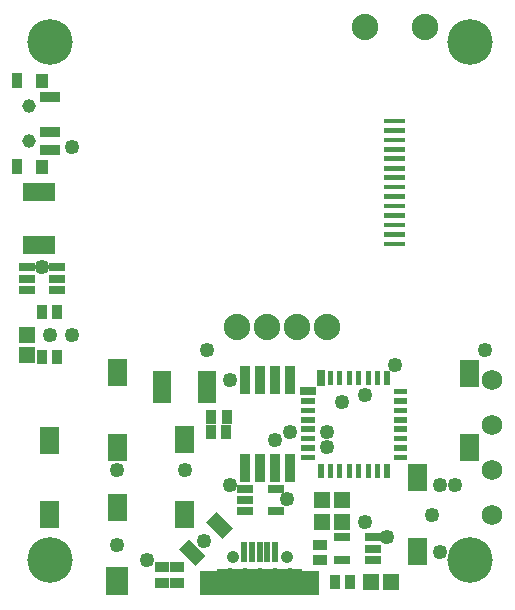
<source format=gts>
G04 MADE WITH FRITZING*
G04 WWW.FRITZING.ORG*
G04 DOUBLE SIDED*
G04 HOLES PLATED*
G04 CONTOUR ON CENTER OF CONTOUR VECTOR*
%ASAXBY*%
%FSLAX23Y23*%
%MOIN*%
%OFA0B0*%
%SFA1.0B1.0*%
%ADD10C,0.069055*%
%ADD11C,0.088000*%
%ADD12C,0.049370*%
%ADD13C,0.045433*%
%ADD14C,0.041496*%
%ADD15C,0.151732*%
%ADD16R,0.057244X0.031654*%
%ADD17R,0.069055X0.037559*%
%ADD18R,0.041496X0.049370*%
%ADD19R,0.057244X0.053307*%
%ADD20R,0.023779X0.065118*%
%ADD21R,0.027717X0.055000*%
%ADD22R,0.055000X0.027717*%
%ADD23R,0.037559X0.045433*%
%ADD24R,0.034000X0.097000*%
%ADD25R,0.053307X0.057244*%
%ADD26R,0.045433X0.037559*%
%ADD27R,0.060000X0.110000*%
%ADD28R,0.110000X0.060000*%
%ADD29C,0.010000*%
%ADD30R,0.001000X0.001000*%
%LNMASK1*%
G90*
G70*
G54D10*
X1599Y268D03*
X1599Y418D03*
X1599Y568D03*
X1599Y718D03*
G54D11*
X749Y893D03*
X849Y893D03*
X949Y893D03*
X1049Y893D03*
X749Y893D03*
X849Y893D03*
X949Y893D03*
X1049Y893D03*
X1174Y1893D03*
X1374Y1893D03*
X1174Y1893D03*
X1374Y1893D03*
G54D12*
X637Y180D03*
X1249Y193D03*
X1474Y368D03*
X1399Y268D03*
X1424Y368D03*
X124Y868D03*
X1274Y768D03*
G54D13*
X55Y1513D03*
X55Y1631D03*
X55Y1513D03*
X55Y1631D03*
G54D12*
X849Y43D03*
X874Y518D03*
X799Y43D03*
X824Y68D03*
X674Y43D03*
X974Y43D03*
X1099Y643D03*
X916Y320D03*
X1424Y143D03*
X349Y168D03*
X449Y118D03*
X724Y368D03*
X1174Y243D03*
X724Y718D03*
X924Y543D03*
X574Y418D03*
X349Y418D03*
X99Y1093D03*
X874Y68D03*
X774Y68D03*
X899Y43D03*
X749Y43D03*
X924Y68D03*
X724Y68D03*
G54D14*
X914Y128D03*
X735Y128D03*
G54D12*
X1574Y818D03*
X199Y1493D03*
X1049Y493D03*
X1174Y668D03*
X199Y868D03*
X1049Y543D03*
X649Y818D03*
G54D15*
X1524Y1843D03*
X1524Y118D03*
X124Y1843D03*
X124Y118D03*
G54D16*
X149Y1018D03*
X149Y1055D03*
X149Y1093D03*
X47Y1093D03*
X47Y1018D03*
X47Y1055D03*
G54D17*
X124Y1484D03*
X124Y1543D03*
X124Y1661D03*
G54D18*
X99Y1429D03*
X99Y1716D03*
G54D19*
X1196Y43D03*
X1263Y43D03*
G54D16*
X1202Y118D03*
X1202Y155D03*
X1202Y193D03*
X1099Y193D03*
X1099Y118D03*
G54D20*
X773Y143D03*
X875Y143D03*
X799Y143D03*
X824Y143D03*
X850Y143D03*
G54D21*
X1029Y724D03*
G54D22*
X984Y680D03*
G54D23*
X150Y943D03*
X99Y943D03*
G54D24*
X774Y424D03*
X774Y718D03*
X824Y424D03*
X874Y424D03*
X824Y718D03*
X874Y718D03*
X924Y424D03*
X924Y718D03*
G54D23*
X98Y793D03*
X149Y793D03*
G54D25*
X49Y801D03*
X49Y868D03*
G54D23*
X714Y593D03*
X663Y593D03*
X662Y543D03*
X713Y543D03*
X1125Y43D03*
X1074Y43D03*
G54D26*
X549Y93D03*
X549Y42D03*
X499Y42D03*
X499Y93D03*
X1024Y117D03*
X1024Y168D03*
G54D27*
X649Y693D03*
G54D28*
X88Y1343D03*
G54D27*
X499Y693D03*
G54D28*
X88Y1168D03*
G54D19*
X1032Y243D03*
X1099Y243D03*
X1032Y318D03*
X1099Y318D03*
G54D16*
X774Y355D03*
X774Y318D03*
X774Y280D03*
X877Y280D03*
X877Y355D03*
G54D29*
G36*
X1318Y190D02*
X1381Y190D01*
X1381Y100D01*
X1318Y100D01*
X1318Y190D01*
G37*
D02*
G36*
X1318Y438D02*
X1381Y438D01*
X1381Y348D01*
X1318Y348D01*
X1318Y438D01*
G37*
D02*
G36*
X1493Y538D02*
X1556Y538D01*
X1556Y448D01*
X1493Y448D01*
X1493Y538D01*
G37*
D02*
G36*
X1493Y786D02*
X1556Y786D01*
X1556Y696D01*
X1493Y696D01*
X1493Y786D01*
G37*
D02*
G36*
X93Y313D02*
X156Y313D01*
X156Y223D01*
X93Y223D01*
X93Y313D01*
G37*
D02*
G36*
X93Y561D02*
X156Y561D01*
X156Y471D01*
X93Y471D01*
X93Y561D01*
G37*
D02*
G36*
X543Y315D02*
X606Y315D01*
X606Y225D01*
X543Y225D01*
X543Y315D01*
G37*
D02*
G36*
X543Y563D02*
X606Y563D01*
X606Y473D01*
X543Y473D01*
X543Y563D01*
G37*
D02*
G36*
X319Y337D02*
X382Y337D01*
X382Y247D01*
X319Y247D01*
X319Y337D01*
G37*
D02*
G36*
X319Y539D02*
X382Y539D01*
X382Y449D01*
X319Y449D01*
X319Y539D01*
G37*
D02*
G36*
X319Y787D02*
X382Y787D01*
X382Y697D01*
X319Y697D01*
X319Y787D01*
G37*
D02*
G36*
X1271Y482D02*
X1271Y500D01*
X1316Y500D01*
X1316Y482D01*
X1271Y482D01*
G37*
D02*
G36*
X1051Y392D02*
X1051Y437D01*
X1069Y437D01*
X1069Y392D01*
X1051Y392D01*
G37*
D02*
G36*
X962Y639D02*
X962Y657D01*
X1007Y657D01*
X1007Y639D01*
X962Y639D01*
G37*
D02*
G36*
X1271Y513D02*
X1271Y531D01*
X1316Y531D01*
X1316Y513D01*
X1271Y513D01*
G37*
D02*
G36*
X962Y513D02*
X962Y531D01*
X1007Y531D01*
X1007Y513D01*
X962Y513D01*
G37*
D02*
G36*
X1271Y545D02*
X1271Y563D01*
X1316Y563D01*
X1316Y545D01*
X1271Y545D01*
G37*
D02*
G36*
X1177Y392D02*
X1177Y437D01*
X1195Y437D01*
X1195Y392D01*
X1177Y392D01*
G37*
D02*
G36*
X1271Y576D02*
X1271Y594D01*
X1316Y594D01*
X1316Y576D01*
X1271Y576D01*
G37*
D02*
G36*
X962Y576D02*
X962Y594D01*
X1007Y594D01*
X1007Y576D01*
X962Y576D01*
G37*
D02*
G36*
X1271Y608D02*
X1271Y626D01*
X1316Y626D01*
X1316Y608D01*
X1271Y608D01*
G37*
D02*
G36*
X962Y450D02*
X962Y468D01*
X1007Y468D01*
X1007Y450D01*
X962Y450D01*
G37*
D02*
G36*
X1271Y639D02*
X1271Y657D01*
X1316Y657D01*
X1316Y639D01*
X1271Y639D01*
G37*
D02*
G36*
X1114Y392D02*
X1114Y437D01*
X1132Y437D01*
X1132Y392D01*
X1114Y392D01*
G37*
D02*
G36*
X1271Y671D02*
X1271Y689D01*
X1316Y689D01*
X1316Y671D01*
X1271Y671D01*
G37*
D02*
G36*
X1240Y392D02*
X1240Y437D01*
X1258Y437D01*
X1258Y392D01*
X1240Y392D01*
G37*
D02*
G36*
X1240Y702D02*
X1240Y747D01*
X1258Y747D01*
X1258Y702D01*
X1240Y702D01*
G37*
D02*
G36*
X962Y608D02*
X962Y626D01*
X1007Y626D01*
X1007Y608D01*
X962Y608D01*
G37*
D02*
G36*
X1209Y702D02*
X1209Y747D01*
X1226Y747D01*
X1226Y702D01*
X1209Y702D01*
G37*
D02*
G36*
X962Y545D02*
X962Y563D01*
X1007Y563D01*
X1007Y545D01*
X962Y545D01*
G37*
D02*
G36*
X1177Y702D02*
X1177Y747D01*
X1195Y747D01*
X1195Y702D01*
X1177Y702D01*
G37*
D02*
G36*
X962Y482D02*
X962Y500D01*
X1007Y500D01*
X1007Y482D01*
X962Y482D01*
G37*
D02*
G36*
X1146Y702D02*
X1146Y747D01*
X1163Y747D01*
X1163Y702D01*
X1146Y702D01*
G37*
D02*
G36*
X1020Y392D02*
X1020Y437D01*
X1037Y437D01*
X1037Y392D01*
X1020Y392D01*
G37*
D02*
G36*
X1114Y702D02*
X1114Y747D01*
X1132Y747D01*
X1132Y702D01*
X1114Y702D01*
G37*
D02*
G36*
X1083Y392D02*
X1083Y437D01*
X1100Y437D01*
X1100Y392D01*
X1083Y392D01*
G37*
D02*
G36*
X1083Y702D02*
X1083Y747D01*
X1100Y747D01*
X1100Y702D01*
X1083Y702D01*
G37*
D02*
G36*
X1146Y392D02*
X1146Y437D01*
X1163Y437D01*
X1163Y392D01*
X1146Y392D01*
G37*
D02*
G36*
X1051Y702D02*
X1051Y747D01*
X1069Y747D01*
X1069Y702D01*
X1051Y702D01*
G37*
D02*
G36*
X1209Y392D02*
X1209Y437D01*
X1226Y437D01*
X1226Y392D01*
X1209Y392D01*
G37*
D02*
G36*
X1271Y450D02*
X1271Y468D01*
X1316Y468D01*
X1316Y450D01*
X1271Y450D01*
G37*
D02*
G36*
X1239Y1179D02*
X1310Y1179D01*
X1310Y1164D01*
X1239Y1164D01*
X1239Y1179D01*
G37*
D02*
G36*
X1239Y1211D02*
X1310Y1211D01*
X1310Y1195D01*
X1239Y1195D01*
X1239Y1211D01*
G37*
D02*
G36*
X1239Y1242D02*
X1310Y1242D01*
X1310Y1227D01*
X1239Y1227D01*
X1239Y1242D01*
G37*
D02*
G36*
X1239Y1274D02*
X1310Y1274D01*
X1310Y1258D01*
X1239Y1258D01*
X1239Y1274D01*
G37*
D02*
G36*
X1239Y1305D02*
X1310Y1305D01*
X1310Y1290D01*
X1239Y1290D01*
X1239Y1305D01*
G37*
D02*
G36*
X1239Y1337D02*
X1310Y1337D01*
X1310Y1321D01*
X1239Y1321D01*
X1239Y1337D01*
G37*
D02*
G36*
X1239Y1368D02*
X1310Y1368D01*
X1310Y1353D01*
X1239Y1353D01*
X1239Y1368D01*
G37*
D02*
G36*
X1239Y1400D02*
X1310Y1400D01*
X1310Y1384D01*
X1239Y1384D01*
X1239Y1400D01*
G37*
D02*
G36*
X1239Y1431D02*
X1310Y1431D01*
X1310Y1416D01*
X1239Y1416D01*
X1239Y1431D01*
G37*
D02*
G36*
X1239Y1463D02*
X1310Y1463D01*
X1310Y1447D01*
X1239Y1447D01*
X1239Y1463D01*
G37*
D02*
G36*
X1239Y1494D02*
X1310Y1494D01*
X1310Y1479D01*
X1239Y1479D01*
X1239Y1494D01*
G37*
D02*
G36*
X1239Y1526D02*
X1310Y1526D01*
X1310Y1510D01*
X1239Y1510D01*
X1239Y1526D01*
G37*
D02*
G36*
X1239Y1557D02*
X1310Y1557D01*
X1310Y1541D01*
X1239Y1541D01*
X1239Y1557D01*
G37*
D02*
G36*
X1239Y1589D02*
X1310Y1589D01*
X1310Y1573D01*
X1239Y1573D01*
X1239Y1589D01*
G37*
D02*
G36*
X700Y188D02*
X645Y244D01*
X679Y279D01*
X735Y223D01*
X700Y188D01*
G37*
D02*
G36*
X610Y98D02*
X554Y153D01*
X589Y188D01*
X645Y132D01*
X610Y98D01*
G37*
D02*
G54D30*
X0Y1741D02*
X32Y1741D01*
X0Y1740D02*
X32Y1740D01*
X0Y1739D02*
X32Y1739D01*
X0Y1738D02*
X32Y1738D01*
X0Y1737D02*
X32Y1737D01*
X0Y1736D02*
X32Y1736D01*
X0Y1735D02*
X32Y1735D01*
X0Y1734D02*
X32Y1734D01*
X0Y1733D02*
X32Y1733D01*
X0Y1732D02*
X32Y1732D01*
X0Y1731D02*
X32Y1731D01*
X0Y1730D02*
X32Y1730D01*
X0Y1729D02*
X32Y1729D01*
X0Y1728D02*
X32Y1728D01*
X0Y1727D02*
X32Y1727D01*
X0Y1726D02*
X32Y1726D01*
X0Y1725D02*
X32Y1725D01*
X0Y1724D02*
X32Y1724D01*
X0Y1723D02*
X32Y1723D01*
X0Y1722D02*
X32Y1722D01*
X0Y1721D02*
X32Y1721D01*
X0Y1720D02*
X32Y1720D01*
X0Y1719D02*
X32Y1719D01*
X0Y1718D02*
X32Y1718D01*
X0Y1717D02*
X32Y1717D01*
X0Y1716D02*
X32Y1716D01*
X0Y1715D02*
X32Y1715D01*
X0Y1714D02*
X32Y1714D01*
X0Y1713D02*
X32Y1713D01*
X0Y1712D02*
X32Y1712D01*
X0Y1711D02*
X32Y1711D01*
X0Y1710D02*
X32Y1710D01*
X0Y1709D02*
X32Y1709D01*
X0Y1708D02*
X32Y1708D01*
X0Y1707D02*
X32Y1707D01*
X0Y1706D02*
X32Y1706D01*
X0Y1705D02*
X32Y1705D01*
X0Y1704D02*
X32Y1704D01*
X0Y1703D02*
X32Y1703D01*
X0Y1702D02*
X32Y1702D01*
X0Y1701D02*
X32Y1701D01*
X0Y1700D02*
X32Y1700D01*
X0Y1699D02*
X32Y1699D01*
X0Y1698D02*
X32Y1698D01*
X0Y1697D02*
X32Y1697D01*
X0Y1696D02*
X32Y1696D01*
X0Y1695D02*
X32Y1695D01*
X0Y1694D02*
X32Y1694D01*
X0Y1693D02*
X32Y1693D01*
X0Y1454D02*
X32Y1454D01*
X0Y1453D02*
X32Y1453D01*
X0Y1452D02*
X32Y1452D01*
X0Y1451D02*
X32Y1451D01*
X0Y1450D02*
X32Y1450D01*
X0Y1449D02*
X32Y1449D01*
X0Y1448D02*
X32Y1448D01*
X0Y1447D02*
X32Y1447D01*
X0Y1446D02*
X32Y1446D01*
X0Y1445D02*
X32Y1445D01*
X0Y1444D02*
X32Y1444D01*
X0Y1443D02*
X32Y1443D01*
X0Y1442D02*
X32Y1442D01*
X0Y1441D02*
X32Y1441D01*
X0Y1440D02*
X32Y1440D01*
X0Y1439D02*
X32Y1439D01*
X0Y1438D02*
X32Y1438D01*
X0Y1437D02*
X32Y1437D01*
X0Y1436D02*
X32Y1436D01*
X0Y1435D02*
X32Y1435D01*
X0Y1434D02*
X32Y1434D01*
X0Y1433D02*
X32Y1433D01*
X0Y1432D02*
X32Y1432D01*
X0Y1431D02*
X32Y1431D01*
X0Y1430D02*
X32Y1430D01*
X0Y1429D02*
X32Y1429D01*
X0Y1428D02*
X32Y1428D01*
X0Y1427D02*
X32Y1427D01*
X0Y1426D02*
X32Y1426D01*
X0Y1425D02*
X32Y1425D01*
X0Y1424D02*
X32Y1424D01*
X0Y1423D02*
X32Y1423D01*
X0Y1422D02*
X32Y1422D01*
X0Y1421D02*
X32Y1421D01*
X0Y1420D02*
X32Y1420D01*
X0Y1419D02*
X32Y1419D01*
X0Y1418D02*
X32Y1418D01*
X0Y1417D02*
X32Y1417D01*
X0Y1416D02*
X32Y1416D01*
X0Y1415D02*
X32Y1415D01*
X0Y1414D02*
X32Y1414D01*
X0Y1413D02*
X32Y1413D01*
X0Y1412D02*
X32Y1412D01*
X0Y1411D02*
X32Y1411D01*
X0Y1410D02*
X32Y1410D01*
X0Y1409D02*
X32Y1409D01*
X0Y1408D02*
X32Y1408D01*
X0Y1407D02*
X32Y1407D01*
X0Y1406D02*
X32Y1406D01*
X314Y95D02*
X386Y95D01*
X314Y94D02*
X386Y94D01*
X314Y93D02*
X386Y93D01*
X314Y92D02*
X386Y92D01*
X314Y91D02*
X386Y91D01*
X314Y90D02*
X386Y90D01*
X314Y89D02*
X386Y89D01*
X314Y88D02*
X386Y88D01*
X681Y88D02*
X966Y88D01*
X314Y87D02*
X386Y87D01*
X681Y87D02*
X966Y87D01*
X314Y86D02*
X386Y86D01*
X681Y86D02*
X966Y86D01*
X314Y85D02*
X386Y85D01*
X681Y85D02*
X966Y85D01*
X314Y84D02*
X386Y84D01*
X681Y84D02*
X966Y84D01*
X314Y83D02*
X386Y83D01*
X681Y83D02*
X966Y83D01*
X314Y82D02*
X386Y82D01*
X626Y82D02*
X1021Y82D01*
X314Y81D02*
X386Y81D01*
X626Y81D02*
X1021Y81D01*
X314Y80D02*
X386Y80D01*
X626Y80D02*
X1021Y80D01*
X314Y79D02*
X386Y79D01*
X626Y79D02*
X1021Y79D01*
X314Y78D02*
X386Y78D01*
X626Y78D02*
X1021Y78D01*
X314Y77D02*
X386Y77D01*
X626Y77D02*
X1021Y77D01*
X314Y76D02*
X386Y76D01*
X626Y76D02*
X1021Y76D01*
X314Y75D02*
X386Y75D01*
X626Y75D02*
X1021Y75D01*
X314Y74D02*
X386Y74D01*
X626Y74D02*
X1021Y74D01*
X314Y73D02*
X386Y73D01*
X626Y73D02*
X1021Y73D01*
X314Y72D02*
X386Y72D01*
X626Y72D02*
X1021Y72D01*
X314Y71D02*
X386Y71D01*
X626Y71D02*
X1021Y71D01*
X314Y70D02*
X386Y70D01*
X626Y70D02*
X1021Y70D01*
X314Y69D02*
X386Y69D01*
X626Y69D02*
X1021Y69D01*
X314Y68D02*
X386Y68D01*
X626Y68D02*
X1021Y68D01*
X314Y67D02*
X386Y67D01*
X626Y67D02*
X1021Y67D01*
X314Y66D02*
X386Y66D01*
X626Y66D02*
X1021Y66D01*
X314Y65D02*
X386Y65D01*
X626Y65D02*
X1021Y65D01*
X314Y64D02*
X386Y64D01*
X626Y64D02*
X1021Y64D01*
X314Y63D02*
X386Y63D01*
X626Y63D02*
X1021Y63D01*
X314Y62D02*
X386Y62D01*
X626Y62D02*
X1021Y62D01*
X314Y61D02*
X386Y61D01*
X626Y61D02*
X1021Y61D01*
X314Y60D02*
X386Y60D01*
X626Y60D02*
X1021Y60D01*
X314Y59D02*
X386Y59D01*
X626Y59D02*
X1021Y59D01*
X314Y58D02*
X386Y58D01*
X626Y58D02*
X1021Y58D01*
X314Y57D02*
X386Y57D01*
X626Y57D02*
X1021Y57D01*
X314Y56D02*
X386Y56D01*
X626Y56D02*
X1021Y56D01*
X314Y55D02*
X386Y55D01*
X626Y55D02*
X1021Y55D01*
X314Y54D02*
X386Y54D01*
X626Y54D02*
X1021Y54D01*
X314Y53D02*
X386Y53D01*
X626Y53D02*
X1021Y53D01*
X314Y52D02*
X386Y52D01*
X626Y52D02*
X1021Y52D01*
X314Y51D02*
X386Y51D01*
X626Y51D02*
X1021Y51D01*
X314Y50D02*
X386Y50D01*
X626Y50D02*
X1021Y50D01*
X314Y49D02*
X386Y49D01*
X626Y49D02*
X1021Y49D01*
X314Y48D02*
X386Y48D01*
X626Y48D02*
X1021Y48D01*
X314Y47D02*
X386Y47D01*
X626Y47D02*
X1021Y47D01*
X314Y46D02*
X386Y46D01*
X626Y46D02*
X1021Y46D01*
X314Y45D02*
X386Y45D01*
X626Y45D02*
X1021Y45D01*
X314Y44D02*
X386Y44D01*
X626Y44D02*
X1021Y44D01*
X314Y43D02*
X386Y43D01*
X626Y43D02*
X1021Y43D01*
X314Y42D02*
X386Y42D01*
X626Y42D02*
X1021Y42D01*
X314Y41D02*
X386Y41D01*
X626Y41D02*
X1021Y41D01*
X314Y40D02*
X386Y40D01*
X626Y40D02*
X1021Y40D01*
X314Y39D02*
X386Y39D01*
X626Y39D02*
X1021Y39D01*
X314Y38D02*
X386Y38D01*
X626Y38D02*
X1021Y38D01*
X314Y37D02*
X386Y37D01*
X626Y37D02*
X1021Y37D01*
X314Y36D02*
X386Y36D01*
X626Y36D02*
X1021Y36D01*
X314Y35D02*
X386Y35D01*
X626Y35D02*
X1021Y35D01*
X314Y34D02*
X386Y34D01*
X626Y34D02*
X1021Y34D01*
X314Y33D02*
X386Y33D01*
X626Y33D02*
X1021Y33D01*
X314Y32D02*
X386Y32D01*
X626Y32D02*
X1021Y32D01*
X314Y31D02*
X386Y31D01*
X626Y31D02*
X1021Y31D01*
X314Y30D02*
X386Y30D01*
X626Y30D02*
X1021Y30D01*
X314Y29D02*
X386Y29D01*
X626Y29D02*
X1021Y29D01*
X314Y28D02*
X386Y28D01*
X626Y28D02*
X1021Y28D01*
X314Y27D02*
X386Y27D01*
X626Y27D02*
X1021Y27D01*
X314Y26D02*
X386Y26D01*
X626Y26D02*
X1021Y26D01*
X314Y25D02*
X386Y25D01*
X626Y25D02*
X1021Y25D01*
X314Y24D02*
X386Y24D01*
X626Y24D02*
X1021Y24D01*
X314Y23D02*
X386Y23D01*
X626Y23D02*
X1021Y23D01*
X314Y22D02*
X386Y22D01*
X626Y22D02*
X1021Y22D01*
X314Y21D02*
X386Y21D01*
X626Y21D02*
X1021Y21D01*
X314Y20D02*
X386Y20D01*
X626Y20D02*
X1021Y20D01*
X314Y19D02*
X386Y19D01*
X626Y19D02*
X1021Y19D01*
X314Y18D02*
X386Y18D01*
X626Y18D02*
X1021Y18D01*
X314Y17D02*
X386Y17D01*
X626Y17D02*
X1021Y17D01*
X314Y16D02*
X386Y16D01*
X626Y16D02*
X1021Y16D01*
X314Y15D02*
X386Y15D01*
X626Y15D02*
X1021Y15D01*
X314Y14D02*
X386Y14D01*
X626Y14D02*
X1021Y14D01*
X314Y13D02*
X386Y13D01*
X626Y13D02*
X1021Y13D01*
X314Y12D02*
X386Y12D01*
X626Y12D02*
X1021Y12D01*
X314Y11D02*
X386Y11D01*
X626Y11D02*
X1021Y11D01*
X314Y10D02*
X386Y10D01*
X626Y10D02*
X1021Y10D01*
X314Y9D02*
X386Y9D01*
X626Y9D02*
X1021Y9D01*
X314Y8D02*
X386Y8D01*
X626Y8D02*
X1021Y8D01*
X314Y7D02*
X386Y7D01*
X626Y7D02*
X1021Y7D01*
X314Y6D02*
X386Y6D01*
X626Y6D02*
X1021Y6D01*
X314Y5D02*
X386Y5D01*
X626Y5D02*
X1021Y5D01*
X314Y4D02*
X386Y4D01*
X626Y4D02*
X1021Y4D01*
X314Y3D02*
X386Y3D01*
X626Y3D02*
X1021Y3D01*
X314Y2D02*
X386Y2D01*
X626Y2D02*
X1021Y2D01*
X314Y1D02*
X386Y1D01*
X626Y1D02*
X1021Y1D01*
X314Y0D02*
X386Y0D01*
X626Y0D02*
X1021Y0D01*
D02*
G04 End of Mask1*
M02*
</source>
